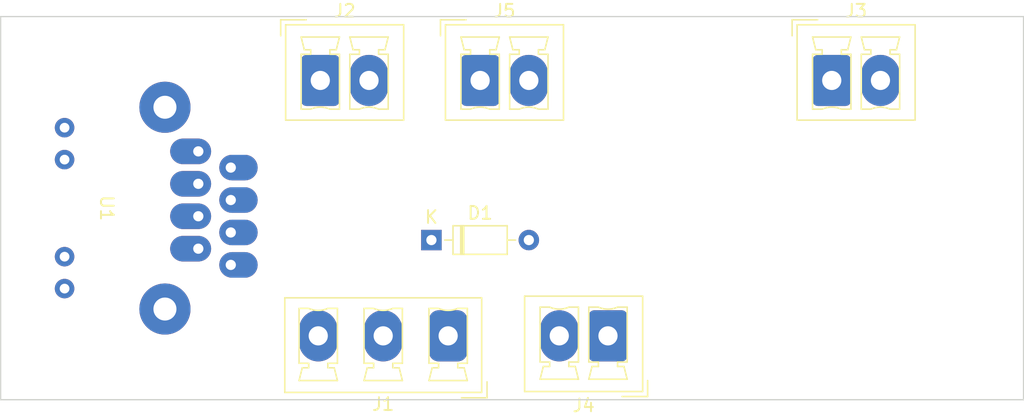
<source format=kicad_pcb>
(kicad_pcb (version 20211014) (generator pcbnew)
  (layers (0 "F.Cu" signal) (31 "B.Cu" signal) (34 "B.Paste" user) (35 "F.Paste" user) (36 "B.SilkS" user "B.Silkscreen") (37 "F.SilkS" user "F.Silkscreen") (38 "B.Mask" user) (39 "F.Mask" user) (44 "Edge.Cuts" user))
  (net 0 "")
  (net 1 "/Z_PROBE")
  (net 2 "Net-(D1-Pad2)")
  (net 3 "+12V")
  (net 4 "GND")
  (net 5 "/COOLING_FANS_P")
  (net 6 "/HOTEND_TEMP_P")
  (net 7 "/HOTEND_TEMP_N")
  (net 8 "/HOTEND_FAN_P")
  (net 9 "/HOTEND_HEATER_P")
  (footprint "footprint-lib:PhoenixContact_MCV_1,5_3-G-5.08_1x03_P5.08mm_Vertical" (layer "F.Cu") (at 75 75 180)
    (fp_text reference "J1" (at 5.08 -5.35) (layer "F.SilkS"))
    (fp_text value "Z_Probe")
    (fp_line (start 8.66 -2.15) (end 9.41 -2.15) (layer "F.SilkS") (width 0.12))
    (fp_line (start 10.91 -2.5) (end 10.91 -2.15) (layer "F.SilkS") (width 0.12))
    (fp_line (start -3.04 -4.85) (end -1.04 -4.85) (layer "F.SilkS") (width 0.12))
    (fp_line (start 4.33 -2.15) (end 4.33 -2.5) (layer "F.SilkS") (width 0.12))
    (fp_line (start 3.58 -3.5) (end 6.58 -3.5) (layer "F.SilkS") (width 0.12))
    (fp_line (start 3.83 -2.5) (end 3.58 -3.5) (layer "F.SilkS") (width 0.12))
    (fp_line (start 6.33 -2.5) (end 5.83 -2.5) (layer "F.SilkS") (width 0.12))
    (fp_line (start -2.62 -4.43) (end -2.62 2.98) (layer "F.SilkS") (width 0.12))
    (fp_line (start 6.58 2.15) (end 5.83 2.15) (layer "F.SilkS") (width 0.12))
    (fp_line (start 9.41 -2.5) (end 8.91 -2.5) (layer "F.SilkS") (width 0.12))
    (fp_line (start -0.75 -2.5) (end -1.25 -2.5) (layer "F.SilkS") (width 0.12))
    (fp_line (start 10.91 -2.15) (end 11.66 -2.15) (layer "F.SilkS") (width 0.12))
    (fp_line (start -0.75 -2.15) (end -0.75 -2.5) (layer "F.SilkS") (width 0.12))
    (fp_line (start -1.25 -2.5) (end -1.5 -3.5) (layer "F.SilkS") (width 0.12))
    (fp_line (start -0.75 2.15) (end -1.5 2.15) (layer "F.SilkS") (width 0.12))
    (fp_line (start 3.58 -2.15) (end 4.33 -2.15) (layer "F.SilkS") (width 0.12))
    (fp_line (start 8.66 2.15) (end 8.66 -2.15) (layer "F.SilkS") (width 0.12))
    (fp_line (start 6.58 -3.5) (end 6.33 -2.5) (layer "F.SilkS") (width 0.12))
    (fp_line (start 1.5 2.15) (end 0.75 2.15) (layer "F.SilkS") (width 0.12))
    (fp_line (start 5.83 -2.15) (end 6.58 -2.15) (layer "F.SilkS") (width 0.12))
    (fp_line (start -1.5 -2.15) (end -0.75 -2.15) (layer "F.SilkS") (width 0.12))
    (fp_line (start 11.66 -3.5) (end 11.41 -2.5) (layer "F.SilkS") (width 0.12))
    (fp_line (start 11.66 -2.15) (end 11.66 2.15) (layer "F.SilkS") (width 0.12))
    (fp_line (start 6.58 -2.15) (end 6.58 2.15) (layer "F.SilkS") (width 0.12))
    (fp_line (start -2.62 2.98) (end 12.78 2.98) (layer "F.SilkS") (width 0.12))
    (fp_line (start 11.66 2.15) (end 10.91 2.15) (layer "F.SilkS") (width 0.12))
    (fp_line (start 8.66 -3.5) (end 11.66 -3.5) (layer "F.SilkS") (width 0.12))
    (fp_line (start 1.25 -2.5) (end 0.75 -2.5) (layer "F.SilkS") (width 0.12))
    (fp_line (start 0.75 -2.5) (end 0.75 -2.15) (layer "F.SilkS") (width 0.12))
    (fp_line (start 4.33 -2.5) (end 3.83 -2.5) (layer "F.SilkS") (width 0.12))
    (fp_line (start -1.5 2.15) (end -1.5 -2.15) (layer "F.SilkS") (width 0.12))
    (fp_line (start 3.58 2.15) (end 3.58 -2.15) (layer "F.SilkS") (width 0.12))
    (fp_line (start 11.41 -2.5) (end 10.91 -2.5) (layer "F.SilkS") (width 0.12))
    (fp_line (start 1.5 -3.5) (end 1.25 -2.5) (layer "F.SilkS") (width 0.12))
    (fp_line (start 9.41 2.15) (end 8.66 2.15) (layer "F.SilkS") (width 0.12))
    (fp_line (start 9.41 -2.15) (end 9.41 -2.5) (layer "F.SilkS") (width 0.12))
    (fp_line (start -1.5 -3.5) (end 1.5 -3.5) (layer "F.SilkS") (width 0.12))
    (fp_line (start 5.83 -2.5) (end 5.83 -2.15) (layer "F.SilkS") (width 0.12))
    (fp_line (start 12.78 2.98) (end 12.78 -4.43) (layer "F.SilkS") (width 0.12))
    (fp_line (start -3.04 -3.6) (end -3.04 -4.85) (layer "F.SilkS") (width 0.12))
    (fp_line (start 12.78 -4.43) (end -2.62 -4.43) (layer "F.SilkS") (width 0.12))
    (fp_line (start 8.91 -2.5) (end 8.66 -3.5) (layer "F.SilkS") (width 0.12))
    (fp_line (start 0.75 -2.15) (end 1.5 -2.15) (layer "F.SilkS") (width 0.12))
    (fp_line (start 1.5 -2.15) (end 1.5 2.15) (layer "F.SilkS") (width 0.12))
    (fp_line (start 4.33 2.15) (end 3.58 2.15) (layer "F.SilkS") (width 0.12))
    (fp_arc (start 4.33 2.15) (mid 5.079807 1.99191) (end 5.829647 2.149844) (layer "F.SilkS") (width 0.12))
    (fp_arc (start 9.41 2.15) (mid 10.159807 1.99191) (end 10.909647 2.149844) (layer "F.SilkS") (width 0.12))
    (fp_arc (start -0.75 2.15) (mid -0.000193 1.99191) (end 0.749647 2.149844) (layer "F.SilkS") (width 0.12))
    (pad "1" thru_hole roundrect locked (at 0 0 180) (size 3 4) (drill 1.5) (layers *.Cu *.Mask) (net 2 "Net-(D1-Pad2)"))
    (pad "2" thru_hole oval locked (at 5.08 0 180) (size 3 4) (drill 1.5) (layers *.Cu *.Mask) (net 4 "GND"))
    (pad "3" thru_hole oval locked (at 10.16 0 180) (size 3 4) (drill 1.5) (layers *.Cu *.Mask) (net 3 "+12V"))
  )
  (footprint "Diode_THT:D_DO-35_SOD27_P7.62mm_Horizontal" (layer "F.Cu") (at 73.69 67.5)
    (fp_text reference "D1" (at 3.81 -2.12) (layer "F.SilkS"))
    (fp_text value "1N4148")
    (fp_text user "K" (at 0 -1.8) (layer "F.SilkS"))
    (fp_line (start 1.69 1.12) (end 5.93 1.12) (layer "F.SilkS") (width 0.12))
    (fp_line (start 2.41 -1.12) (end 2.41 1.12) (layer "F.SilkS") (width 0.12))
    (fp_line (start 1.69 -1.12) (end 1.69 1.12) (layer "F.SilkS") (width 0.12))
    (fp_line (start 2.53 -1.12) (end 2.53 1.12) (layer "F.SilkS") (width 0.12))
    (fp_line (start 1.04 0) (end 1.69 0) (layer "F.SilkS") (width 0.12))
    (fp_line (start 6.58 0) (end 5.93 0) (layer "F.SilkS") (width 0.12))
    (fp_line (start 5.93 -1.12) (end 1.69 -1.12) (layer "F.SilkS") (width 0.12))
    (fp_line (start 5.93 1.12) (end 5.93 -1.12) (layer "F.SilkS") (width 0.12))
    (fp_line (start 2.29 -1.12) (end 2.29 1.12) (layer "F.SilkS") (width 0.12))
    (pad "1" thru_hole rect (at 0 0) (size 1.6 1.6) (drill 0.8) (layers *.Cu *.Mask) (net 1 "/Z_PROBE"))
    (pad "2" thru_hole oval (at 7.62 0) (size 1.6 1.6) (drill 0.8) (layers *.Cu *.Mask) (net 2 "Net-(D1-Pad2)"))
  )
  (footprint "footprint-lib:PhoenixContact_MCV_1,5_2-G-3.81_1x02_P3.81mm_Vertical" (layer "F.Cu") (at 65 55)
    (fp_text reference "J2" (at 1.9 -5.45) (layer "F.SilkS"))
    (fp_text value "Print Cooling Fans")
    (fp_line (start 0.75 -2.4) (end 0.75 -2.05) (layer "F.SilkS") (width 0.12))
    (fp_line (start 4.56 -2.05) (end 5.31 -2.05) (layer "F.SilkS") (width 0.12))
    (fp_line (start 1.5 -3.4) (end 1.25 -2.4) (layer "F.SilkS") (width 0.12))
    (fp_line (start 5.31 -3.4) (end 5.06 -2.4) (layer "F.SilkS") (width 0.12))
    (fp_line (start -2.71 3.11) (end 6.52 3.11) (layer "F.SilkS") (width 0.12))
    (fp_line (start 2.56 -2.4) (end 2.31 -3.4) (layer "F.SilkS") (width 0.12))
    (fp_line (start 5.06 -2.4) (end 4.56 -2.4) (layer "F.SilkS") (width 0.12))
    (fp_line (start 1.25 -2.4) (end 0.75 -2.4) (layer "F.SilkS") (width 0.12))
    (fp_line (start 3.06 -2.4) (end 2.56 -2.4) (layer "F.SilkS") (width 0.12))
    (fp_line (start 5.31 2.25) (end 4.56 2.25) (layer "F.SilkS") (width 0.12))
    (fp_line (start -2.71 -4.36) (end -2.71 3.11) (layer "F.SilkS") (width 0.12))
    (fp_line (start -0.75 -2.4) (end -1.25 -2.4) (layer "F.SilkS") (width 0.12))
    (fp_line (start 2.31 -3.4) (end 5.31 -3.4) (layer "F.SilkS") (width 0.12))
    (fp_line (start -1.5 -3.4) (end 1.5 -3.4) (layer "F.SilkS") (width 0.12))
    (fp_line (start 2.31 2.25) (end 2.31 -2.05) (layer "F.SilkS") (width 0.12))
    (fp_line (start 5.31 -2.05) (end 5.31 2.25) (layer "F.SilkS") (width 0.12))
    (fp_line (start 1.5 -2.05) (end 1.5 2.25) (layer "F.SilkS") (width 0.12))
    (fp_line (start -1.25 -2.4) (end -1.5 -3.4) (layer "F.SilkS") (width 0.12))
    (fp_line (start -3.1 -3.5) (end -3.1 -4.75) (layer "F.SilkS") (width 0.12))
    (fp_line (start -0.75 2.25) (end -1.5 2.25) (layer "F.SilkS") (width 0.12))
    (fp_line (start 6.52 3.11) (end 6.52 -4.36) (layer "F.SilkS") (width 0.12))
    (fp_line (start 4.56 -2.4) (end 4.56 -2.05) (layer "F.SilkS") (width 0.12))
    (fp_line (start -1.5 2.25) (end -1.5 -2.05) (layer "F.SilkS") (width 0.12))
    (fp_line (start -3.1 -4.75) (end -1.1 -4.75) (layer "F.SilkS") (width 0.12))
    (fp_line (start 0.75 -2.05) (end 1.5 -2.05) (layer "F.SilkS") (width 0.12))
    (fp_line (start 3.06 2.25) (end 2.31 2.25) (layer "F.SilkS") (width 0.12))
    (fp_line (start -1.5 -2.05) (end -0.75 -2.05) (layer "F.SilkS") (width 0.12))
    (fp_line (start 2.31 -2.05) (end 3.06 -2.05) (layer "F.SilkS") (width 0.12))
    (fp_line (start 3.06 -2.05) (end 3.06 -2.4) (layer "F.SilkS") (width 0.12))
    (fp_line (start 1.5 2.25) (end 0.75 2.25) (layer "F.SilkS") (width 0.12))
    (fp_line (start -0.75 -2.05) (end -0.75 -2.4) (layer "F.SilkS") (width 0.12))
    (fp_line (start 6.52 -4.36) (end -2.71 -4.36) (layer "F.SilkS") (width 0.12))
    (fp_arc (start -0.75 2.25) (mid -0.000193 2.09191) (end 0.749647 2.249844) (layer "F.SilkS") (width 0.12))
    (fp_arc (start 3.06 2.25) (mid 3.809807 2.09191) (end 4.559647 2.249844) (layer "F.SilkS") (width 0.12))
    (pad "1" thru_hole roundrect (at 0 0) (size 3 4) (drill 1.5) (layers *.Cu *.Mask) (roundrect_rratio 0.139) (net 4 "GND"))
    (pad "2" thru_hole oval (at 3.81 0) (size 3 4) (drill 1.5) (layers *.Cu *.Mask) (net 5 "/COOLING_FANS_P"))
  )
  (footprint "footprint-lib:PhoenixContact_MCV_1,5_2-G-3.81_1x02_P3.81mm_Vertical" (layer "F.Cu") (at 77.5 55)
    (fp_text reference "J5" (at 1.9 -5.45) (layer "F.SilkS"))
    (fp_text value "Hotend Heater")
    (fp_line (start 0.75 -2.05) (end 1.5 -2.05) (layer "F.SilkS") (width 0.12))
    (fp_line (start 5.31 -3.4) (end 5.06 -2.4) (layer "F.SilkS") (width 0.12))
    (fp_line (start -1.25 -2.4) (end -1.5 -3.4) (layer "F.SilkS") (width 0.12))
    (fp_line (start 2.31 -2.05) (end 3.06 -2.05) (layer "F.SilkS") (width 0.12))
    (fp_line (start -3.1 -3.5) (end -3.1 -4.75) (layer "F.SilkS") (width 0.12))
    (fp_line (start 5.06 -2.4) (end 4.56 -2.4) (layer "F.SilkS") (width 0.12))
    (fp_line (start 2.31 2.25) (end 2.31 -2.05) (layer "F.SilkS") (width 0.12))
    (fp_line (start 2.31 -3.4) (end 5.31 -3.4) (layer "F.SilkS") (width 0.12))
    (fp_line (start -0.75 2.25) (end -1.5 2.25) (layer "F.SilkS") (width 0.12))
    (fp_line (start 3.06 -2.05) (end 3.06 -2.4) (layer "F.SilkS") (width 0.12))
    (fp_line (start -0.75 -2.4) (end -1.25 -2.4) (layer "F.SilkS") (width 0.12))
    (fp_line (start 5.31 -2.05) (end 5.31 2.25) (layer "F.SilkS") (width 0.12))
    (fp_line (start 6.52 3.11) (end 6.52 -4.36) (layer "F.SilkS") (width 0.12))
    (fp_line (start -1.5 -2.05) (end -0.75 -2.05) (layer "F.SilkS") (width 0.12))
    (fp_line (start -2.71 -4.36) (end -2.71 3.11) (layer "F.SilkS") (width 0.12))
    (fp_line (start 1.5 -2.05) (end 1.5 2.25) (layer "F.SilkS") (width 0.12))
    (fp_line (start -1.5 -3.4) (end 1.5 -3.4) (layer "F.SilkS") (width 0.12))
    (fp_line (start 6.52 -4.36) (end -2.71 -4.36) (layer "F.SilkS") (width 0.12))
    (fp_line (start 1.25 -2.4) (end 0.75 -2.4) (layer "F.SilkS") (width 0.12))
    (fp_line (start 0.75 -2.4) (end 0.75 -2.05) (layer "F.SilkS") (width 0.12))
    (fp_line (start -3.1 -4.75) (end -1.1 -4.75) (layer "F.SilkS") (width 0.12))
    (fp_line (start 5.31 2.25) (end 4.56 2.25) (layer "F.SilkS") (width 0.12))
    (fp_line (start 3.06 2.25) (end 2.31 2.25) (layer "F.SilkS") (width 0.12))
    (fp_line (start 2.56 -2.4) (end 2.31 -3.4) (layer "F.SilkS") (width 0.12))
    (fp_line (start 4.56 -2.05) (end 5.31 -2.05) (layer "F.SilkS") (width 0.12))
    (fp_line (start -0.75 -2.05) (end -0.75 -2.4) (layer "F.SilkS") (width 0.12))
    (fp_line (start -2.71 3.11) (end 6.52 3.11) (layer "F.SilkS") (width 0.12))
    (fp_line (start 3.06 -2.4) (end 2.56 -2.4) (layer "F.SilkS") (width 0.12))
    (fp_line (start 4.56 -2.4) (end 4.56 -2.05) (layer "F.SilkS") (width 0.12))
    (fp_line (start 1.5 2.25) (end 0.75 2.25) (layer "F.SilkS") (width 0.12))
    (fp_line (start -1.5 2.25) (end -1.5 -2.05) (layer "F.SilkS") (width 0.12))
    (fp_line (start 1.5 -3.4) (end 1.25 -2.4) (layer "F.SilkS") (width 0.12))
    (fp_arc (start 3.06 2.25) (mid 3.809807 2.09191) (end 4.559647 2.249844) (layer "F.SilkS") (width 0.12))
    (fp_arc (start -0.75 2.25) (mid -0.000193 2.09191) (end 0.749647 2.249844) (layer "F.SilkS") (width 0.12))
    (pad "1" thru_hole roundrect (at 0 0) (size 3 4) (drill 1.5) (layers *.Cu *.Mask) (roundrect_rratio 0.139) (net 4 "GND"))
    (pad "2" thru_hole oval (at 3.81 0) (size 3 4) (drill 1.5) (layers *.Cu *.Mask) (net 9 "/HOTEND_HEATER_P"))
  )
  (footprint "footprint-lib:PhoenixContact_MCV_1,5_2-G-3.81_1x02_P3.81mm_Vertical" (layer "F.Cu") (at 105 55)
    (fp_text reference "J3" (at 1.9 -5.45) (layer "F.SilkS"))
    (fp_text value "Hotend Temp")
    (fp_line (start 1.5 2.25) (end 0.75 2.25) (layer "F.SilkS") (width 0.12))
    (fp_line (start -2.71 3.11) (end 6.52 3.11) (layer "F.SilkS") (width 0.12))
    (fp_line (start -2.71 -4.36) (end -2.71 3.11) (layer "F.SilkS") (width 0.12))
    (fp_line (start 1.5 -3.4) (end 1.25 -2.4) (layer "F.SilkS") (width 0.12))
    (fp_line (start 2.31 -2.05) (end 3.06 -2.05) (layer "F.SilkS") (width 0.12))
    (fp_line (start -3.1 -3.5) (end -3.1 -4.75) (layer "F.SilkS") (width 0.12))
    (fp_line (start -1.25 -2.4) (end -1.5 -3.4) (layer "F.SilkS") (width 0.12))
    (fp_line (start 5.31 -2.05) (end 5.31 2.25) (layer "F.SilkS") (width 0.12))
    (fp_line (start -0.75 -2.4) (end -1.25 -2.4) (layer "F.SilkS") (width 0.12))
    (fp_line (start 5.06 -2.4) (end 4.56 -2.4) (layer "F.SilkS") (width 0.12))
    (fp_line (start 0.75 -2.4) (end 0.75 -2.05) (layer "F.SilkS") (width 0.12))
    (fp_line (start 3.06 -2.4) (end 2.56 -2.4) (layer "F.SilkS") (width 0.12))
    (fp_line (start 2.31 -3.4) (end 5.31 -3.4) (layer "F.SilkS") (width 0.12))
    (fp_line (start 5.31 -3.4) (end 5.06 -2.4) (layer "F.SilkS") (width 0.12))
    (fp_line (start 3.06 -2.05) (end 3.06 -2.4) (layer "F.SilkS") (width 0.12))
    (fp_line (start 2.31 2.25) (end 2.31 -2.05) (layer "F.SilkS") (width 0.12))
    (fp_line (start -1.5 -2.05) (end -0.75 -2.05) (layer "F.SilkS") (width 0.12))
    (fp_line (start -3.1 -4.75) (end -1.1 -4.75) (layer "F.SilkS") (width 0.12))
    (fp_line (start 3.06 2.25) (end 2.31 2.25) (layer "F.SilkS") (width 0.12))
    (fp_line (start 0.75 -2.05) (end 1.5 -2.05) (layer "F.SilkS") (width 0.12))
    (fp_line (start 6.52 -4.36) (end -2.71 -4.36) (layer "F.SilkS") (width 0.12))
    (fp_line (start -0.75 -2.05) (end -0.75 -2.4) (layer "F.SilkS") (width 0.12))
    (fp_line (start -1.5 2.25) (end -1.5 -2.05) (layer "F.SilkS") (width 0.12))
    (fp_line (start 5.31 2.25) (end 4.56 2.25) (layer "F.SilkS") (width 0.12))
    (fp_line (start 2.56 -2.4) (end 2.31 -3.4) (layer "F.SilkS") (width 0.12))
    (fp_line (start 1.5 -2.05) (end 1.5 2.25) (layer "F.SilkS") (width 0.12))
    (fp_line (start 6.52 3.11) (end 6.52 -4.36) (layer "F.SilkS") (width 0.12))
    (fp_line (start 1.25 -2.4) (end 0.75 -2.4) (layer "F.SilkS") (width 0.12))
    (fp_line (start -0.75 2.25) (end -1.5 2.25) (layer "F.SilkS") (width 0.12))
    (fp_line (start -1.5 -3.4) (end 1.5 -3.4) (layer "F.SilkS") (width 0.12))
    (fp_line (start 4.56 -2.4) (end 4.56 -2.05) (layer "F.SilkS") (width 0.12))
    (fp_line (start 4.56 -2.05) (end 5.31 -2.05) (layer "F.SilkS") (width 0.12))
    (fp_arc (start -0.75 2.25) (mid -0.000193 2.09191) (end 0.749647 2.249844) (layer "F.SilkS") (width 0.12))
    (fp_arc (start 3.06 2.25) (mid 3.809807 2.09191) (end 4.559647 2.249844) (layer "F.SilkS") (width 0.12))
    (pad "1" thru_hole roundrect (at 0 0) (size 3 4) (drill 1.5) (layers *.Cu *.Mask) (roundrect_rratio 0.139) (net 6 "/HOTEND_TEMP_P"))
    (pad "2" thru_hole oval (at 3.81 0) (size 3 4) (drill 1.5) (layers *.Cu *.Mask) (net 7 "/HOTEND_TEMP_N"))
  )
  (footprint "my_connector_lib:RJ45_NETWORK_SOCKET_1CH_1_VERTICAL" (layer "F.Cu") (at 45 65 -90)
    (fp_text reference "U1" (at 0 -3.302 -90 unlocked) (layer "F.SilkS"))
    (fp_text value "RJ45_NETWORK_SOCKET_1CH_LED")
    (pad "" np_thru_hole circle (at 5.7 -4.1 270) (size 3.25 3.25) (drill 3.25) (layers F&B.Cu *.Mask))
    (pad "" np_thru_hole circle (at -5.7 -4.1 270) (size 3.25 3.25) (drill 3.25) (layers F&B.Cu *.Mask))
    (pad "1.1" thru_hole oval (at 4.445 -13 270) (size 2 3) (drill 0.8 (offset 0 -0.6)) (layers *.Cu *.Mask) (net 3 "+12V"))
    (pad "1.2" thru_hole oval (at 3.175 -10.46 270) (size 2 3.2) (drill 0.8 (offset 0 0.6)) (layers *.Cu *.Mask) (net 4 "GND"))
    (pad "1.3" thru_hole oval (at 1.905 -13 270) (size 2 3) (drill 0.8 (offset 0 -0.6)) (layers *.Cu *.Mask) (net 1 "/Z_PROBE"))
    (pad "1.4" thru_hole oval (at 0.635 -10.46 270) (size 2 3.2) (drill 0.8 (offset 0 0.6)) (layers *.Cu *.Mask) (net 5 "/COOLING_FANS_P"))
    (pad "1.5" thru_hole oval (at -0.635 -13 270) (size 2 3) (drill 0.8 (offset 0 -0.6)) (layers *.Cu *.Mask) (net 9 "/HOTEND_HEATER_P"))
    (pad "1.6" thru_hole oval (at -1.905 -10.46 270) (size 2 3.2) (drill 0.8 (offset 0 0.6)) (layers *.Cu *.Mask) (net 8 "/HOTEND_FAN_P"))
    (pad "1.7" thru_hole oval (at -3.175 -13 270) (size 2 3) (drill 0.8 (offset 0 -0.6)) (layers *.Cu *.Mask) (net 6 "/HOTEND_TEMP_P"))
    (pad "1.8" thru_hole oval (at -4.445 -10.46 270) (size 2 3.2) (drill 0.8 (offset 0 0.6)) (layers *.Cu *.Mask) (net 7 "/HOTEND_TEMP_N"))
    (pad "1.9" thru_hole circle (at 6.3 0 270) (size 1.524 1.524) (drill 0.762) (layers *.Cu *.Mask))
    (pad "1.10" thru_hole circle (at 3.8 0 270) (size 1.524 1.524) (drill 0.762) (layers *.Cu *.Mask))
    (pad "1.11" thru_hole circle (at -3.8 0 270) (size 1.524 1.524) (drill 0.762) (layers *.Cu *.Mask))
    (pad "1.12" thru_hole circle (at -6.3 0 270) (size 1.524 1.524) (drill 0.762) (layers *.Cu *.Mask))
    (pad "G" thru_hole circle (at 7.9 -7.85 270) (size 4 4) (drill 1.8) (layers *.Cu *.Mask))
    (pad "G" thru_hole circle (at -7.9 -7.85 270) (size 4 4) (drill 1.8) (layers *.Cu *.Mask))
  )
  (footprint "footprint-lib:MountingHole_3.1mm_M3,rpi_like" (layer "F.Cu") (at 113.69 65)
    (fp_text reference "H1" hide)
    (fp_text value "MountingHole")
    (pad "" np_thru_hole circle locked (at 0 0) (size 3.1 3.1) (drill 3.1) (layers *.Cu *.Mask) (clearance 1.5))
  )
  (footprint "footprint-lib:PhoenixContact_MCV_1,5_2-G-3.81_1x02_P3.81mm_Vertical" (layer "F.Cu") (at 87.5 75 180)
    (fp_text reference "J4" (at 1.9 -5.45) (layer "F.SilkS"))
    (fp_text value "Hotend Fan")
    (fp_line (start 1.5 -2.05) (end 1.5 2.25) (layer "F.SilkS") (width 0.12))
    (fp_line (start 5.06 -2.4) (end 4.56 -2.4) (layer "F.SilkS") (width 0.12))
    (fp_line (start 6.52 3.11) (end 6.52 -4.36) (layer "F.SilkS") (width 0.12))
    (fp_line (start 3.06 -2.05) (end 3.06 -2.4) (layer "F.SilkS") (width 0.12))
    (fp_line (start 2.31 2.25) (end 2.31 -2.05) (layer "F.SilkS") (width 0.12))
    (fp_line (start -1.5 2.25) (end -1.5 -2.05) (layer "F.SilkS") (width 0.12))
    (fp_line (start 1.5 -3.4) (end 1.25 -2.4) (layer "F.SilkS") (width 0.12))
    (fp_line (start 4.56 -2.05) (end 5.31 -2.05) (layer "F.SilkS") (width 0.12))
    (fp_line (start 1.25 -2.4) (end 0.75 -2.4) (layer "F.SilkS") (width 0.12))
    (fp_line (start 3.06 -2.4) (end 2.56 -2.4) (layer "F.SilkS") (width 0.12))
    (fp_line (start -3.1 -3.5) (end -3.1 -4.75) (layer "F.SilkS") (width 0.12))
    (fp_line (start 1.5 2.25) (end 0.75 2.25) (layer "F.SilkS") (width 0.12))
    (fp_line (start -2.71 -4.36) (end -2.71 3.11) (layer "F.SilkS") (width 0.12))
    (fp_line (start -0.75 -2.4) (end -1.25 -2.4) (layer "F.SilkS") (width 0.12))
    (fp_line (start -0.75 -2.05) (end -0.75 -2.4) (layer "F.SilkS") (width 0.12))
    (fp_line (start 5.31 -3.4) (end 5.06 -2.4) (layer "F.SilkS") (width 0.12))
    (fp_line (start 2.31 -3.4) (end 5.31 -3.4) (layer "F.SilkS") (width 0.12))
    (fp_line (start 0.75 -2.05) (end 1.5 -2.05) (layer "F.SilkS") (width 0.12))
    (fp_line (start 4.56 -2.4) (end 4.56 -2.05) (layer "F.SilkS") (width 0.12))
    (fp_line (start 2.56 -2.4) (end 2.31 -3.4) (layer "F.SilkS") (width 0.12))
    (fp_line (start -0.75 2.25) (end -1.5 2.25) (layer "F.SilkS") (width 0.12))
    (fp_line (start 0.75 -2.4) (end 0.75 -2.05) (layer "F.SilkS") (width 0.12))
    (fp_line (start 2.31 -2.05) (end 3.06 -2.05) (layer "F.SilkS") (width 0.12))
    (fp_line (start -3.1 -4.75) (end -1.1 -4.75) (layer "F.SilkS") (width 0.12))
    (fp_line (start -2.71 3.11) (end 6.52 3.11) (layer "F.SilkS") (width 0.12))
    (fp_line (start 5.31 2.25) (end 4.56 2.25) (layer "F.SilkS") (width 0.12))
    (fp_line (start 3.06 2.25) (end 2.31 2.25) (layer "F.SilkS") (width 0.12))
    (fp_line (start -1.25 -2.4) (end -1.5 -3.4) (layer "F.SilkS") (width 0.12))
    (fp_line (start 5.31 -2.05) (end 5.31 2.25) (layer "F.SilkS") (width 0.12))
    (fp_line (start -1.5 -2.05) (end -0.75 -2.05) (layer "F.SilkS") (width 0.12))
    (fp_line (start -1.5 -3.4) (end 1.5 -3.4) (layer "F.SilkS") (width 0.12))
    (fp_line (start 6.52 -4.36) (end -2.71 -4.36) (layer "F.SilkS") (width 0.12))
    (fp_arc (start 3.06 2.25) (mid 3.809807 2.09191) (end 4.559647 2.249844) (layer "F.SilkS") (width 0.12))
    (fp_arc (start -0.75 2.25) (mid -0.000193 2.09191) (end 0.749647 2.249844) (layer "F.SilkS") (width 0.12))
    (pad "1" thru_hole roundrect (at 0 0 180) (size 3 4) (drill 1.5) (layers *.Cu *.Mask) (roundrect_rratio 0.139) (net 4 "GND"))
    (pad "2" thru_hole oval (at 3.81 0 180) (size 3 4) (drill 1.5) (layers *.Cu *.Mask) (net 8 "/HOTEND_FAN_P"))
  )
  (footprint "footprint-lib:MountingHole_3.1mm_M3,rpi_like" (layer "F.Cu") (at 67.5 65)
    (fp_text reference "H2" hide)
    (fp_text value "MountingHole")
    (pad "" np_thru_hole circle locked (at 0 0) (size 3.1 3.1) (drill 3.1) (layers *.Cu *.Mask) (clearance 1.5))
  )
  (footprint "footprint-lib:MountingHole_3.1mm_M3,rpi_like" (layer "F.Cu") (at 92.5 65)
    (fp_text reference "H4" hide)
    (fp_text value "MountingHole")
    (pad "" np_thru_hole circle locked (at 0 0) (size 3.1 3.1) (drill 3.1) (layers *.Cu *.Mask) (clearance 1.5))
  )
  (footprint "footprint-lib:MountingHole_3.1mm_M3,rpi_like" (layer "F.Cu") (at 103.69 65)
    (fp_text reference "H3" hide)
    (fp_text value "MountingHole")
    (pad "" np_thru_hole circle locked (at 0 0) (size 3.1 3.1) (drill 3.1) (layers *.Cu *.Mask) (clearance 1.5))
  )
  (gr_line (start 40 50) (end 40 80) (layer "Edge.Cuts") (width 0.1))
  (gr_line (start 120 50) (end 40 50) (layer "Edge.Cuts") (width 0.1))
  (gr_line (start 40 80) (end 120 80) (layer "Edge.Cuts") (width 0.1))
  (gr_line (start 120 80) (end 120 50) (layer "Edge.Cuts") (width 0.1))
)
</source>
